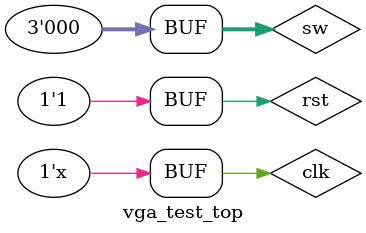
<source format=sv>
module vga_test_top();
	logic clk, rst; 
	logic [2:0] sw; 
	logic hsync, vsync; 
	logic [2:0]  rgb;
	logic [23:0] rgb_vga;
	
	vga_test DUT(.clk(clk), .reset(rst), 
					 .sw(sw), .hsync(hsync),
					 .vsync(vsync), .rgb(rgb));
					 
					 
	rgb_decoder deco(.color(rgb), .RGB(rgb_vga));
					 
	initial begin
		#10; clk =1'b0;rst= 1'b1;
		#10; sw = 3'b000;
	end
	always begin
			#10; clk=~clk;
		end

endmodule 
</source>
